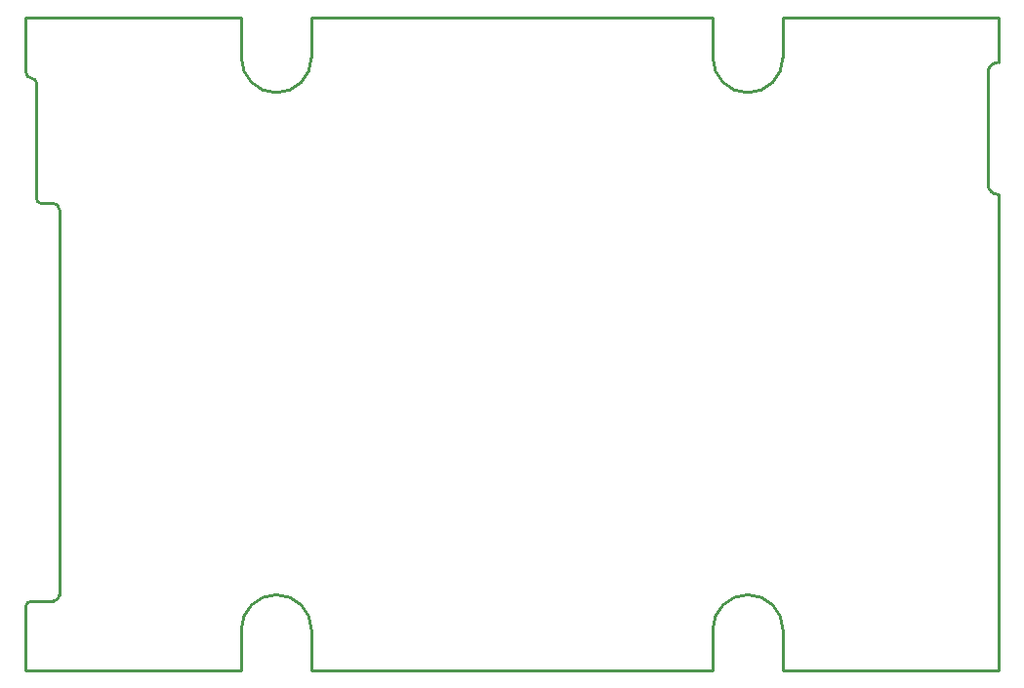
<source format=gm1>
G04*
G04 #@! TF.GenerationSoftware,Altium Limited,Altium Designer,19.1.7 (138)*
G04*
G04 Layer_Color=16711935*
%FSLAX25Y25*%
%MOIN*%
G70*
G01*
G75*
%ADD17C,0.01000*%
D17*
X325000Y165992D02*
G03*
X328543Y162449I3543J0D01*
G01*
Y207600D02*
G03*
X325000Y204057I0J-3543D01*
G01*
X-3543Y204243D02*
G03*
X-1400Y202100I2143J0D01*
G01*
X0Y200700D02*
G03*
X-1400Y202100I-1400J0D01*
G01*
X-1575Y23622D02*
G03*
X-3543Y21654I0J-1969D01*
G01*
X5906Y23622D02*
G03*
X7874Y25591I0J1969D01*
G01*
Y157346D02*
G03*
X5772Y159449I-2102J0D01*
G01*
X0Y161122D02*
G03*
X1673Y159449I1673J0D01*
G01*
X231016Y209213D02*
G03*
X243000Y197229I11984J0D01*
G01*
D02*
G03*
X254984Y209213I0J11984D01*
G01*
Y13787D02*
G03*
X243000Y25771I-11984J0D01*
G01*
D02*
G03*
X231016Y13787I0J-11984D01*
G01*
X70016Y209213D02*
G03*
X82000Y197229I11984J0D01*
G01*
D02*
G03*
X93984Y209213I0J11984D01*
G01*
X82000Y25771D02*
G03*
X70016Y13787I0J-11984D01*
G01*
X93984D02*
G03*
X82000Y25771I-11984J0D01*
G01*
X93984Y13787D02*
X94016Y12900D01*
X69984D02*
X70016Y13787D01*
X230984Y13000D02*
X231016Y13787D01*
X254984D02*
X255016Y13000D01*
X254984Y209213D02*
X255016Y210100D01*
X230984D02*
X231016Y209213D01*
X93984D02*
X94016Y210900D01*
X70016Y209213D02*
Y211816D01*
X69984D02*
X70016D01*
X230968Y223000D02*
X230984Y222984D01*
X328543Y207600D02*
Y223000D01*
X325000D02*
X328543D01*
X325000Y0D02*
X328543D01*
Y162449D01*
X325000Y165992D02*
Y204057D01*
X-3543Y204243D02*
Y223000D01*
X0Y200354D02*
Y200700D01*
Y161122D02*
Y200354D01*
X-3543Y223000D02*
X69984Y223000D01*
X-1575Y23622D02*
X5906D01*
X7874Y25591D02*
Y157346D01*
X1673Y159449D02*
X5772D01*
X-3543Y0D02*
Y21654D01*
X69984Y211816D02*
Y223000D01*
X94016Y210900D02*
Y223000D01*
Y223000D02*
X230000Y223000D01*
X230968D01*
X230984Y210100D02*
Y222984D01*
X255016Y210100D02*
Y223000D01*
Y223000D02*
X325000Y223000D01*
X230984Y0D02*
Y13000D01*
X255016Y0D02*
Y13000D01*
Y-0D02*
X325000Y0D01*
X94016Y-0D02*
X230984Y0D01*
X69984D02*
Y12900D01*
X-3543Y-0D02*
X69984Y0D01*
X94016D02*
Y12900D01*
M02*

</source>
